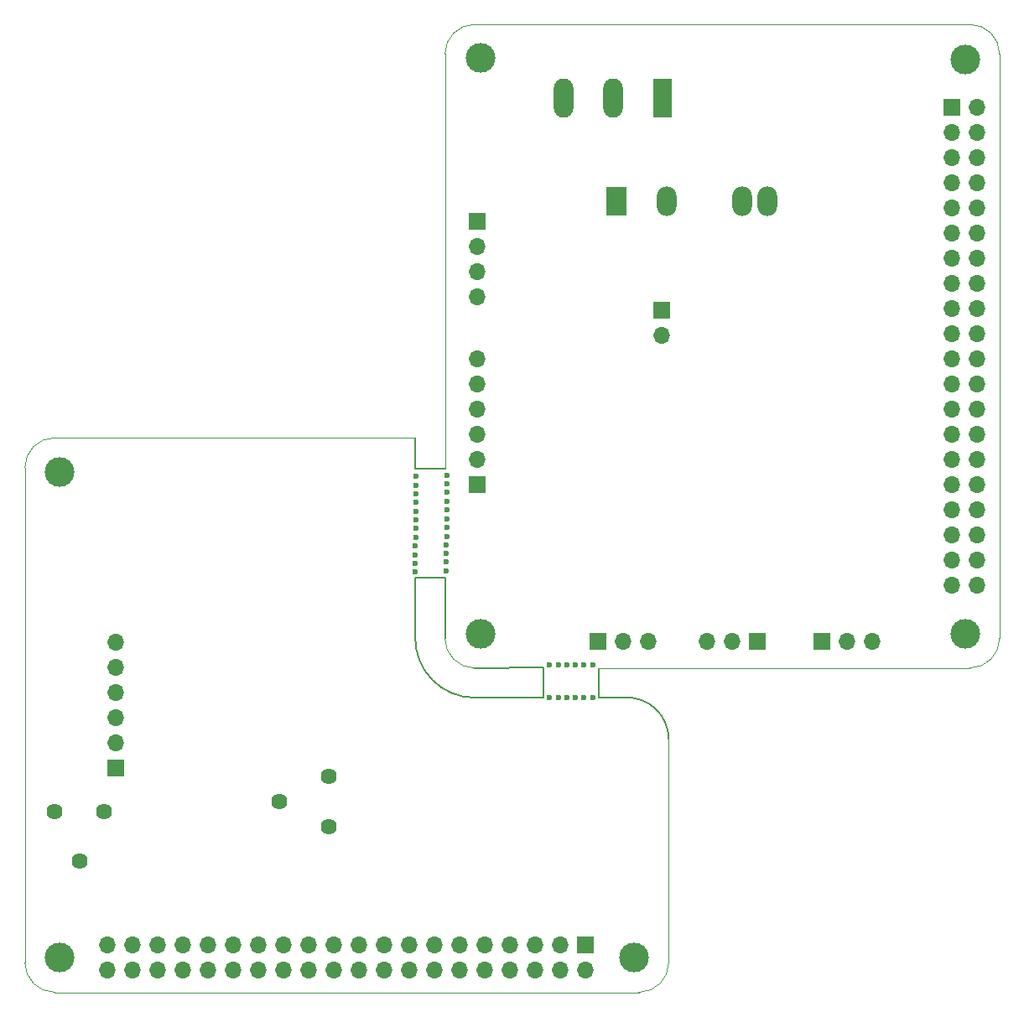
<source format=gbr>
%TF.GenerationSoftware,KiCad,Pcbnew,(6.0.4)*%
%TF.CreationDate,2022-06-25T00:33:21+03:00*%
%TF.ProjectId,VLC-both,564c432d-626f-4746-982e-6b696361645f,rev?*%
%TF.SameCoordinates,Original*%
%TF.FileFunction,Soldermask,Bot*%
%TF.FilePolarity,Negative*%
%FSLAX46Y46*%
G04 Gerber Fmt 4.6, Leading zero omitted, Abs format (unit mm)*
G04 Created by KiCad (PCBNEW (6.0.4)) date 2022-06-25 00:33:21*
%MOMM*%
%LPD*%
G01*
G04 APERTURE LIST*
%TA.AperFunction,Profile*%
%ADD10C,0.100000*%
%TD*%
%TA.AperFunction,Profile*%
%ADD11C,0.150000*%
%TD*%
%ADD12C,0.600000*%
%ADD13C,3.000000*%
%ADD14R,1.700000X1.700000*%
%ADD15O,1.700000X1.700000*%
%ADD16R,2.000000X3.000000*%
%ADD17O,2.000000X3.000000*%
%ADD18C,1.620000*%
%ADD19R,1.980000X3.960000*%
%ADD20O,1.980000X3.960000*%
G04 APERTURE END LIST*
D10*
X100521200Y-149547200D02*
X100521200Y-127000000D01*
X80923874Y-54801474D02*
G75*
G03*
X77923874Y-57801474I26J-3000026D01*
G01*
D11*
X80882375Y-122795908D02*
X87884000Y-122754874D01*
X87884000Y-119761000D02*
X80923874Y-119801474D01*
X74930000Y-99695000D02*
X77923874Y-99695000D01*
X87884000Y-122754874D02*
X87884000Y-119761000D01*
X93472000Y-122781937D02*
X96045735Y-122781937D01*
D10*
X130923874Y-119801474D02*
G75*
G03*
X133923874Y-116801474I26J2999974D01*
G01*
X130923874Y-54801474D02*
X80923874Y-54801474D01*
X133923874Y-116801474D02*
X133923874Y-57801474D01*
D11*
X74930001Y-116713000D02*
G75*
G03*
X80882375Y-122795908I5993899J-88500D01*
G01*
D10*
X130923874Y-119801474D02*
X93472000Y-119788063D01*
D11*
X74930001Y-116713000D02*
X74957063Y-110718600D01*
D10*
X133923826Y-57801474D02*
G75*
G03*
X130923874Y-54801474I-2999926J74D01*
G01*
X77923926Y-116801474D02*
G75*
G03*
X80923874Y-119801474I2999974J-26D01*
G01*
D11*
X77950937Y-110718600D02*
X77923874Y-116801474D01*
D10*
X38521200Y-152547200D02*
X97521200Y-152547200D01*
X74930000Y-96551167D02*
X38516789Y-96551167D01*
D11*
X74930000Y-96551167D02*
X74930000Y-99695000D01*
X93472000Y-122781937D02*
X93472000Y-119788063D01*
D10*
X77923874Y-99695000D02*
X77923874Y-57801474D01*
X35521200Y-149547200D02*
G75*
G03*
X38521200Y-152547200I2999900J-100D01*
G01*
X97521200Y-152547200D02*
G75*
G03*
X100521200Y-149547200I0J3000000D01*
G01*
D11*
X74957063Y-110718600D02*
X77950937Y-110718600D01*
D10*
X35521200Y-149547200D02*
X35521200Y-99547200D01*
X38516789Y-96551170D02*
G75*
G03*
X35521200Y-99547200I11J-2995600D01*
G01*
D11*
X100521163Y-127000000D02*
G75*
G03*
X96045735Y-122781937I-4225463J0D01*
G01*
D12*
X75006200Y-100431600D03*
X75006200Y-101331600D03*
X74930000Y-109220000D03*
X74955400Y-107467400D03*
X74980800Y-105714800D03*
X75006200Y-104862200D03*
X75006200Y-102184200D03*
X75006200Y-103962200D03*
X75006200Y-103084200D03*
X74930000Y-110120000D03*
X74955400Y-108367400D03*
X74980800Y-106614800D03*
X78054200Y-110007400D03*
X78054200Y-109107400D03*
X78079600Y-108254800D03*
X78079600Y-107354800D03*
X78105000Y-106502200D03*
X78105000Y-105602200D03*
X78130400Y-104749600D03*
X78130400Y-103849600D03*
X78130400Y-102971600D03*
X78130400Y-102071600D03*
X88475400Y-122809000D03*
X89375400Y-122809000D03*
X91973400Y-122809000D03*
X92873400Y-122809000D03*
X90228000Y-122809000D03*
X91128000Y-122809000D03*
X91962400Y-119507000D03*
X92862400Y-119507000D03*
X90228000Y-119507000D03*
X91128000Y-119507000D03*
X78130400Y-101219000D03*
X78130400Y-100319000D03*
X88475400Y-119507000D03*
X89375400Y-119507000D03*
D13*
X97027556Y-149054811D03*
X39027556Y-149034811D03*
X39014400Y-100044811D03*
X81500000Y-58216794D03*
D14*
X93345000Y-117094000D03*
D15*
X95885000Y-117094000D03*
X98425000Y-117094000D03*
D14*
X109458994Y-117094000D03*
D15*
X106918994Y-117094000D03*
X104378994Y-117094000D03*
D16*
X95199194Y-72643994D03*
D17*
X100279194Y-72643994D03*
X107899194Y-72643994D03*
X110439194Y-72643994D03*
D18*
X66167000Y-130784600D03*
X61167000Y-133284600D03*
X66167000Y-135784600D03*
X38521000Y-134304400D03*
X41021000Y-139304400D03*
X43521000Y-134304400D03*
D13*
X130429000Y-58318400D03*
X130429000Y-116382800D03*
D14*
X81178400Y-74676000D03*
D15*
X81178400Y-77216000D03*
X81178400Y-79756000D03*
X81178400Y-82296000D03*
D19*
X99928594Y-62211594D03*
D20*
X94928594Y-62211594D03*
X89928594Y-62211594D03*
D14*
X115940594Y-117094000D03*
D15*
X118480594Y-117094000D03*
X121020594Y-117094000D03*
D13*
X81500000Y-116382800D03*
D14*
X44719200Y-129897900D03*
D15*
X44719200Y-127357900D03*
X44719200Y-124817900D03*
X44719200Y-122277900D03*
X44719200Y-119737900D03*
X44719200Y-117197900D03*
D14*
X99822000Y-83688000D03*
D15*
X99822000Y-86228000D03*
D14*
X81178400Y-101244400D03*
D15*
X81178400Y-98704400D03*
X81178400Y-96164400D03*
X81178400Y-93624400D03*
X81178400Y-91084400D03*
X81178400Y-88544400D03*
D14*
X92147556Y-147774811D03*
D15*
X92147556Y-150314811D03*
X89607556Y-147774811D03*
X89607556Y-150314811D03*
X87067556Y-147774811D03*
X87067556Y-150314811D03*
X84527556Y-147774811D03*
X84527556Y-150314811D03*
X81987556Y-147774811D03*
X81987556Y-150314811D03*
X79447556Y-147774811D03*
X79447556Y-150314811D03*
X76907556Y-147774811D03*
X76907556Y-150314811D03*
X74367556Y-147774811D03*
X74367556Y-150314811D03*
X71827556Y-147774811D03*
X71827556Y-150314811D03*
X69287556Y-147774811D03*
X69287556Y-150314811D03*
X66747556Y-147774811D03*
X66747556Y-150314811D03*
X64207556Y-147774811D03*
X64207556Y-150314811D03*
X61667556Y-147774811D03*
X61667556Y-150314811D03*
X59127556Y-147774811D03*
X59127556Y-150314811D03*
X56587556Y-147774811D03*
X56587556Y-150314811D03*
X54047556Y-147774811D03*
X54047556Y-150314811D03*
X51507556Y-147774811D03*
X51507556Y-150314811D03*
X48967556Y-147774811D03*
X48967556Y-150314811D03*
X46427556Y-147774811D03*
X46427556Y-150314811D03*
X43887556Y-147774811D03*
X43887556Y-150314811D03*
D14*
X129138994Y-63177754D03*
D15*
X131678994Y-63177754D03*
X129138994Y-65717754D03*
X131678994Y-65717754D03*
X129138994Y-68257754D03*
X131678994Y-68257754D03*
X129138994Y-70797754D03*
X131678994Y-70797754D03*
X129138994Y-73337754D03*
X131678994Y-73337754D03*
X129138994Y-75877754D03*
X131678994Y-75877754D03*
X129138994Y-78417754D03*
X131678994Y-78417754D03*
X129138994Y-80957754D03*
X131678994Y-80957754D03*
X129138994Y-83497754D03*
X131678994Y-83497754D03*
X129138994Y-86037754D03*
X131678994Y-86037754D03*
X129138994Y-88577754D03*
X131678994Y-88577754D03*
X129138994Y-91117754D03*
X131678994Y-91117754D03*
X129138994Y-93657754D03*
X131678994Y-93657754D03*
X129138994Y-96197754D03*
X131678994Y-96197754D03*
X129138994Y-98737754D03*
X131678994Y-98737754D03*
X129138994Y-101277754D03*
X131678994Y-101277754D03*
X129138994Y-103817754D03*
X131678994Y-103817754D03*
X129138994Y-106357754D03*
X131678994Y-106357754D03*
X129138994Y-108897754D03*
X131678994Y-108897754D03*
X129138994Y-111437754D03*
X131678994Y-111437754D03*
M02*

</source>
